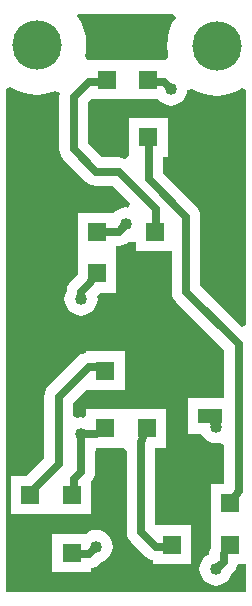
<source format=gtl>
%FSLAX25Y25*%
%MOIN*%
G70*
G01*
G75*
G04 Layer_Physical_Order=1*
G04 Layer_Color=255*
%ADD10R,0.08000X0.05000*%
%ADD11R,0.05906X0.05906*%
%ADD12R,0.05906X0.05906*%
%ADD13C,0.02500*%
%ADD14C,0.16500*%
%ADD15C,0.04000*%
G36*
X505186Y569953D02*
X507585Y568959D01*
X510111Y568353D01*
X512700Y568149D01*
X515289Y568353D01*
X517814Y568959D01*
X518829Y569379D01*
X519951Y568914D01*
X520355Y568605D01*
X520209Y567500D01*
Y550000D01*
X520372Y548760D01*
X520711Y547943D01*
X520851Y547605D01*
X521612Y546612D01*
X529112Y539112D01*
X530104Y538351D01*
X531260Y537872D01*
X532500Y537709D01*
X538016D01*
X543933Y531791D01*
X543270Y530446D01*
X542500Y530548D01*
X541064Y530358D01*
X539726Y529804D01*
X538577Y528923D01*
X538516Y528842D01*
X526402D01*
Y516124D01*
X526402Y516124D01*
X526402Y516124D01*
X526402Y515937D01*
Y515063D01*
D01*
D01*
D01*
D01*
X526402D01*
Y508177D01*
X524112Y505888D01*
X523351Y504895D01*
X523211Y504557D01*
X522872Y503740D01*
X522755Y502851D01*
X522696Y502774D01*
X522142Y501436D01*
X521952Y500000D01*
X522142Y498564D01*
X522696Y497226D01*
X523577Y496077D01*
X524726Y495196D01*
X526064Y494642D01*
X527500Y494452D01*
X528936Y494642D01*
X530274Y495196D01*
X531423Y496077D01*
X532304Y497226D01*
X532858Y498564D01*
X533047Y500000D01*
X532900Y501124D01*
X533388Y501612D01*
X533558Y501834D01*
X533758Y502029D01*
X533860Y502157D01*
X539307D01*
Y514876D01*
X539307Y514876D01*
D01*
D01*
D01*
D01*
D01*
D01*
D01*
X539307Y515063D01*
Y515243D01*
Y515500D01*
Y515627D01*
Y515937D01*
X539307Y516072D01*
X539307Y516124D01*
X539307Y516124D01*
D01*
D01*
D01*
X539307Y516124D01*
D01*
Y517709D01*
X540000D01*
X541240Y517872D01*
X542057Y518211D01*
X542395Y518351D01*
X543388Y519112D01*
Y519112D01*
X543388D01*
D01*
D01*
D01*
D01*
D01*
D01*
X543388D01*
D01*
D01*
X543388D01*
X545554Y519112D01*
X545693Y519019D01*
Y515937D01*
X557709D01*
Y502500D01*
X557872Y501260D01*
X558211Y500443D01*
X558351Y500105D01*
X559112Y499112D01*
X575209Y483015D01*
Y467000D01*
X563000D01*
Y455000D01*
X567582D01*
X567696Y454726D01*
X568577Y453577D01*
X569726Y452696D01*
X571064Y452142D01*
X572500Y451953D01*
X573936Y452142D01*
X573962Y452152D01*
X575209Y451319D01*
Y438343D01*
X570693D01*
Y425437D01*
X570693Y425437D01*
X570693Y424563D01*
X570693D01*
Y417014D01*
X570685Y416994D01*
X570487Y416607D01*
X570446Y416418D01*
X570372Y416240D01*
X570316Y415809D01*
X570224Y415384D01*
X570234Y415191D01*
X570210Y415004D01*
X569726Y414804D01*
X568577Y413923D01*
X567696Y412774D01*
X567142Y411436D01*
X566953Y410000D01*
X567142Y408564D01*
X567696Y407226D01*
X568577Y406077D01*
X569726Y405196D01*
X571064Y404642D01*
X572500Y404453D01*
X573936Y404642D01*
X575274Y405196D01*
X576423Y406077D01*
X577304Y407226D01*
X577858Y408564D01*
X577861Y408586D01*
X578388Y409112D01*
X579149Y410105D01*
X579628Y411260D01*
X579680Y411657D01*
X582500D01*
Y402500D01*
X502500D01*
Y570064D01*
X503809Y570797D01*
X505186Y569953D01*
D02*
G37*
G36*
X582500Y569519D02*
Y491235D01*
X581114Y490661D01*
X567291Y504485D01*
Y527500D01*
X567128Y528740D01*
X566649Y529895D01*
X565888Y530888D01*
X565888Y530888D01*
X565888D01*
X565888Y530888D01*
Y530888D01*
X554791Y541985D01*
Y547402D01*
X556343D01*
Y560307D01*
X543437D01*
Y547568D01*
X542190Y546734D01*
X542057Y546789D01*
X541240Y547128D01*
X540000Y547291D01*
X534484D01*
X529791Y551985D01*
Y565516D01*
X530968Y566693D01*
X542563D01*
Y566693D01*
X542563D01*
X542563Y566693D01*
X543437D01*
Y566693D01*
X553105D01*
X553577Y566077D01*
X554726Y565196D01*
X556064Y564642D01*
X557500Y564453D01*
X558936Y564642D01*
X560274Y565196D01*
X561423Y566077D01*
X562304Y567226D01*
X562858Y568564D01*
X562985Y569526D01*
X564333Y570169D01*
X564342Y570170D01*
X565186Y569653D01*
X567586Y568659D01*
X570111Y568053D01*
X572700Y567849D01*
X575289Y568053D01*
X577814Y568659D01*
X580214Y569653D01*
X581191Y570252D01*
X582500Y569519D01*
D02*
G37*
G36*
X559042Y593691D02*
X557953Y591914D01*
X556959Y589514D01*
X556353Y586989D01*
X556149Y584400D01*
X556353Y581811D01*
X556601Y580776D01*
X555673Y579598D01*
X543437D01*
D01*
D01*
X543437Y579598D01*
X542563D01*
Y579598D01*
X529658D01*
X529658Y579598D01*
Y579598D01*
X529542Y579626D01*
X528758Y580905D01*
X529047Y582111D01*
X529251Y584700D01*
X529047Y587289D01*
X528441Y589815D01*
X527447Y592214D01*
X526090Y594428D01*
X526354Y595000D01*
X558309D01*
X559042Y593691D01*
D02*
G37*
%LPC*%
G36*
X532500Y423047D02*
X531064Y422858D01*
X529726Y422304D01*
X529078Y421807D01*
X517937D01*
Y408902D01*
X530842D01*
Y410320D01*
X531240Y410372D01*
X532057Y410711D01*
X532396Y410851D01*
X533388Y411612D01*
Y411612D01*
X533388D01*
D01*
D01*
D01*
D01*
D01*
D01*
X533388D01*
D01*
X533388D01*
Y411612D01*
D01*
D01*
D01*
D01*
Y411612D01*
D01*
D01*
D01*
Y411612D01*
D01*
D01*
X533388D01*
D01*
D01*
D01*
X533914Y412139D01*
X533936Y412142D01*
X535274Y412696D01*
X536423Y413577D01*
X537304Y414726D01*
X537858Y416064D01*
X538048Y417500D01*
X537858Y418936D01*
X537304Y420274D01*
X536423Y421423D01*
X535274Y422304D01*
X533936Y422858D01*
X532500Y423047D01*
D02*
G37*
G36*
X542063Y482598D02*
X529157D01*
Y482180D01*
X528760Y482128D01*
X528083Y481847D01*
X527604Y481649D01*
X526612Y480888D01*
X516612Y470888D01*
X515851Y469896D01*
X515711Y469557D01*
X515372Y468740D01*
X515209Y467500D01*
Y446984D01*
X509323Y441098D01*
X504157D01*
Y428193D01*
X517063D01*
D01*
Y428193D01*
X517063D01*
X517063Y428193D01*
X517937D01*
Y428193D01*
X530842D01*
Y439067D01*
X530888Y439112D01*
X531649Y440104D01*
X532128Y441260D01*
X532291Y442500D01*
D01*
D01*
D01*
D01*
D01*
X532291D01*
D01*
D01*
D01*
Y442500D01*
X532291D01*
D01*
Y442500D01*
D01*
D01*
D01*
D01*
D01*
D01*
D01*
D01*
D01*
D01*
D01*
D01*
Y442500D01*
D01*
X532291D01*
D01*
D01*
D01*
D01*
X532291Y442500D01*
Y447859D01*
X532567Y450210D01*
X533153Y450295D01*
X533740Y450372D01*
X533771Y450385D01*
X533805Y450390D01*
X533831Y450402D01*
X541648D01*
X542709Y449341D01*
Y422500D01*
X542709Y422500D01*
X542709D01*
X542872Y421260D01*
X543211Y420443D01*
X543351Y420105D01*
X544112Y419112D01*
Y419112D01*
D01*
D01*
X544112Y419112D01*
Y419112D01*
X544112Y419112D01*
X549112Y414112D01*
X550105Y413351D01*
X551260Y412872D01*
X551402Y412854D01*
Y411657D01*
X564307D01*
Y424563D01*
X552291D01*
Y450402D01*
X555842D01*
Y463307D01*
X543124D01*
X543124Y463307D01*
D01*
X543124D01*
Y463307D01*
X542937Y463307D01*
X542500D01*
X542063D01*
X541876Y463307D01*
X541876Y463307D01*
Y463307D01*
D01*
D01*
D01*
X529157D01*
Y461467D01*
X528030Y460478D01*
X527500Y460547D01*
X526064Y460358D01*
X526038Y460348D01*
X524791Y461181D01*
Y465516D01*
X529024Y469748D01*
X529157Y469693D01*
X529157Y469693D01*
X529157D01*
X529157D01*
Y469693D01*
D01*
X542063D01*
Y482598D01*
D02*
G37*
%LPD*%
D10*
X570500Y461000D02*
D03*
Y472000D02*
D03*
D11*
X552146Y522390D02*
D03*
Y508610D02*
D03*
X532854Y522390D02*
D03*
Y508610D02*
D03*
X557854Y418110D02*
D03*
Y431890D02*
D03*
X577146Y418110D02*
D03*
Y431890D02*
D03*
D12*
X549890Y553854D02*
D03*
X536110D02*
D03*
X549890Y573146D02*
D03*
X536110D02*
D03*
X535610Y476146D02*
D03*
X549390D02*
D03*
X535610Y456854D02*
D03*
X549390D02*
D03*
X524390Y415354D02*
D03*
X510610D02*
D03*
X524390Y434646D02*
D03*
X510610D02*
D03*
D13*
X547500Y452500D02*
X549390Y456854D01*
X555000Y417500D02*
X557854Y418110D01*
X552500Y417500D02*
X555000D01*
X547500Y422500D02*
X552500Y417500D01*
X547500Y422500D02*
Y452500D01*
X524390Y415354D02*
X527500Y415000D01*
X530000D01*
X532500Y417500D01*
X510000Y412500D02*
X510610Y415354D01*
X510000Y410000D02*
Y412500D01*
Y410000D02*
X512500Y407500D01*
X510610Y434646D02*
X512500Y437500D01*
X532500Y477500D02*
X535610Y476146D01*
X530000Y477500D02*
X532500D01*
X520000Y467500D02*
X530000Y477500D01*
X520000Y445000D02*
Y467500D01*
X512500Y437500D02*
X520000Y445000D01*
X524390Y434646D02*
X525000Y437500D01*
Y440000D01*
X555000Y475000D02*
X557500Y472500D01*
X552500Y475000D02*
X555000D01*
X549390Y476146D02*
X552500Y475000D01*
X552146Y508610D02*
X552500Y505000D01*
Y492500D02*
Y505000D01*
X550000Y490000D02*
X552500Y492500D01*
X550000Y480000D02*
Y490000D01*
X549390Y476146D02*
X550000Y480000D01*
X552146Y522390D02*
X552500Y525000D01*
Y530000D01*
X525000Y567500D02*
X530000Y572500D01*
X532500D01*
X536110Y573146D01*
X540000Y542500D02*
X552500Y530000D01*
X532500Y542500D02*
X540000D01*
X525000Y550000D02*
X532500Y542500D01*
X525000Y550000D02*
Y567500D01*
X549890Y553854D02*
X550000Y550000D01*
Y540000D02*
Y550000D01*
X562500Y502500D02*
Y527500D01*
Y502500D02*
X580000Y485000D01*
X577146Y431890D02*
X580000Y436027D01*
X550000Y540000D02*
X562500Y527500D01*
X580000Y436027D02*
Y485000D01*
X557500Y435000D02*
X557854Y431890D01*
X557500Y435000D02*
Y437500D01*
X560000Y440000D01*
X575000Y415000D02*
X577146Y418110D01*
X575000Y412500D02*
Y415000D01*
X572500Y410000D02*
X575000Y412500D01*
X530000Y505000D02*
X532854Y508610D01*
X527500Y502500D02*
X530000Y505000D01*
X527500Y500000D02*
Y502500D01*
X532854Y522390D02*
X535000Y522500D01*
X540000D01*
X542500Y525000D01*
X549890Y573146D02*
X552500Y572500D01*
X555000D01*
X557500Y570000D01*
X536110Y553854D02*
X540000Y550000D01*
X557854Y431890D02*
X562500Y432500D01*
X567500Y472500D02*
X570500Y472000D01*
X560000Y440000D02*
Y472500D01*
X557500D02*
X567500D01*
X570500Y461000D02*
X572500Y457500D01*
X532500Y455000D02*
X535610Y456854D01*
X527500Y455000D02*
X532500D01*
X525000Y440000D02*
X527500Y442500D01*
Y455000D01*
D14*
X572700Y584400D02*
D03*
X512700Y584700D02*
D03*
D15*
X572500Y410000D02*
D03*
X532500Y417500D02*
D03*
X512500Y407500D02*
D03*
X527500Y500000D02*
D03*
X542500Y525000D02*
D03*
X557500Y570000D02*
D03*
X540000Y550000D02*
D03*
X547500Y510000D02*
D03*
X562500Y432500D02*
D03*
X572500Y457500D02*
D03*
X527500Y455000D02*
D03*
M02*

</source>
